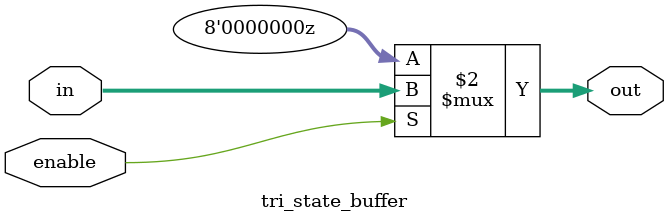
<source format=v>
`timescale 1ns / 1ps


module tri_state_buffer(
    input [7:0] in,
    input enable,
    output [7:0] out
    );
    
    assign out = (enable ? in : 1'bz);
endmodule

</source>
